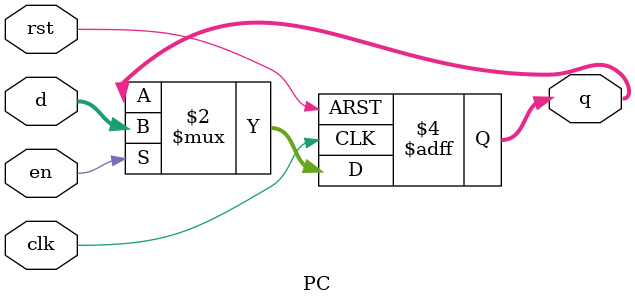
<source format=sv>
`timescale 1ns/1ps

module PC #(parameter TEXT_BASE_ADDR = 32'h0040_0000) (
    input  wire clk,
    input  wire rst,
    input  wire en,
    input  wire [31:0] d,
    output reg  [31:0] q
    );

    always_ff @(posedge clk, posedge rst) begin
        if (rst) begin
            q <= $signed(TEXT_BASE_ADDR) - $signed(32'h0000_0004);
        end
        else if (en) begin
            q <= d;
        end
    end
endmodule
</source>
